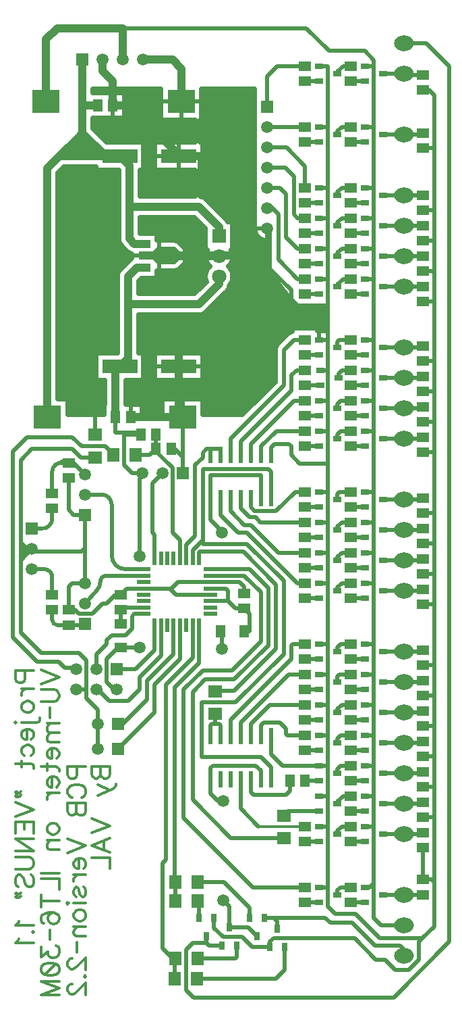
<source format=gbr>
G04 DipTrace 3.3.1.3*
G04 Bottom.gbr*
%MOIN*%
G04 #@! TF.FileFunction,Copper,L2,Bot*
G04 #@! TF.Part,Single*
%AMOUTLINE0*
4,1,10,
-0.100394,0.019685,
-0.033465,0.019685,
-0.009843,0.043307,
0.076772,0.043307,
0.100394,0.019685,
0.100394,-0.019685,
0.076772,-0.043307,
-0.009843,-0.043307,
-0.033465,-0.019685,
-0.100394,-0.019685,
-0.100394,0.019685,
0*%
%AMOUTLINE3*
4,1,20,
0.0,0.03937,
0.015208,0.037443,
0.028926,0.031851,
0.039814,0.023141,
0.046804,0.012166,
0.049213,0.0,
0.046804,-0.012166,
0.039814,-0.023141,
0.028926,-0.031851,
0.015208,-0.037443,
0.0,-0.03937,
-0.015208,-0.037443,
-0.028926,-0.031851,
-0.039814,-0.023141,
-0.046804,-0.012166,
-0.049213,0.0,
-0.046804,0.012166,
-0.039814,0.023141,
-0.028926,0.031851,
-0.015208,0.037443,
0.0,0.03937,
0*%
G04 #@! TA.AperFunction,CopperBalancing*
%ADD13C,0.019685*%
G04 #@! TA.AperFunction,Conductor*
%ADD14C,0.03937*%
%ADD15C,0.012992*%
%ADD16C,0.020512*%
G04 #@! TA.AperFunction,CopperBalancing*
%ADD17C,0.025*%
%ADD18R,0.059055X0.051181*%
%ADD20R,0.173228X0.070866*%
%ADD21R,0.051181X0.059055*%
G04 #@! TA.AperFunction,ComponentPad*
%ADD22R,0.059055X0.059055*%
%ADD23C,0.059055*%
%ADD24R,0.047244X0.062992*%
%ADD25R,0.062992X0.047244*%
%ADD27R,0.025591X0.041339*%
%ADD29R,0.041339X0.025591*%
%ADD30R,0.062992X0.070866*%
%ADD31R,0.070866X0.062992*%
%ADD33R,0.066929X0.019685*%
%ADD34R,0.019685X0.066929*%
%ADD35R,0.023622X0.07874*%
G04 #@! TA.AperFunction,ComponentPad*
%ADD36R,0.137795X0.11811*%
%ADD38R,0.059055X0.03937*%
G04 #@! TA.AperFunction,ComponentPad*
%ADD39R,0.070866X0.070866*%
%ADD40C,0.070866*%
G04 #@! TA.AperFunction,ViaPad*
%ADD41C,0.059055*%
%ADD86C,0.013895*%
%ADD88OUTLINE0*%
G04 #@! TA.AperFunction,ComponentPad*
%ADD91OUTLINE3*%
%FSLAX26Y26*%
G04*
G70*
G90*
G75*
G01*
G04 Bottom*
%LPD*%
X1800050Y778001D2*
D13*
Y812352D1*
X1781201Y831201D1*
X1737256D1*
X2424951Y644735D2*
Y674950D1*
X2406201Y693701D1*
X2281201D1*
X2168701Y806201D1*
X2062451D1*
X2037451Y831201D1*
X1781201D1*
X999953Y3299950D2*
D14*
Y3528794D1*
X1021110Y3549951D1*
X1512453Y3993699D2*
Y3956202D1*
X1412451Y3856201D1*
X1062451D1*
Y3993702D1*
X1106201Y4037451D1*
X1143702D1*
X1718701Y1513386D2*
D13*
Y1557236D1*
X1693702Y1582235D1*
X1481202D1*
X1468701Y1569734D1*
Y1513386D1*
X1718701Y2899852D2*
Y3012450D1*
X1468701D1*
Y2899852D1*
X1562551Y784253D2*
X1656251D1*
X1699854Y740650D1*
X999953Y3299950D2*
Y3224951D1*
X1124951D1*
Y3212450D1*
X1043701D1*
Y3062451D1*
X1081202Y3024950D1*
X1131202D1*
X1006202Y1956201D2*
X993701D1*
X956201Y1993701D1*
Y2106199D1*
X1013092Y2163091D1*
X1024951D1*
X1062451Y3856201D2*
D14*
Y3591293D1*
X1021110Y3549951D1*
X1118701Y2162450D2*
D13*
X1025592D1*
X1024951Y2163091D1*
X1524951Y2156201D2*
Y2238091D1*
X1519341Y2243701D1*
X1531201Y1406201D2*
X1506201D1*
X1468701Y1443701D1*
Y1513386D1*
X1562551Y784253D2*
Y887352D1*
X1531202Y918701D1*
X1524951Y2731201D2*
Y2737450D1*
X1468701Y2793701D1*
Y2899852D1*
X1118702Y2612450D2*
Y2987450D1*
G02X1131202Y3024950I62473J9D01*
G01*
D3*
X937450Y5062450D2*
D14*
Y5006202D1*
X987255Y4956398D1*
Y4837451D1*
X1068701D1*
X1312449Y4593703D1*
Y4587450D1*
X1331202Y3299951D2*
X1074756D1*
Y3299950D1*
X1312449Y3549951D2*
Y3318705D1*
X1331202Y3299951D1*
X1512453Y4093699D2*
X1217375D1*
X1214568Y4096507D1*
X1312449Y4587450D2*
X1424951D1*
Y4437451D1*
X1599951Y4262451D1*
Y4231201D1*
Y4096507D1*
X1214568D1*
X1312449Y3549951D2*
Y3699950D1*
X1374951D1*
X1599951Y3924950D1*
Y4096507D1*
X1137450Y5062450D2*
X1281202D1*
X1324942Y5018710D1*
Y4856211D1*
X2518702Y1019735D2*
D13*
Y1175984D1*
X2518701Y1175986D1*
X2518702Y1019735D2*
X2562450D1*
X2574951Y1007234D1*
Y788484D1*
X2517668Y731201D1*
X2306202D1*
X2187451Y849951D1*
X2087451D1*
X2049951Y887451D1*
Y982235D1*
X2006398D1*
X2006201Y982038D1*
Y1282038D2*
X2049951D1*
Y982235D1*
X2006201Y1432037D2*
X2049951D1*
Y1582038D1*
Y1732038D1*
Y1882038D1*
Y2032038D1*
Y2182038D1*
Y2476769D1*
Y2632038D1*
Y2787904D1*
Y2932037D1*
Y3071824D1*
Y3232037D1*
Y3382038D1*
Y3532037D1*
Y3682038D1*
Y3850984D1*
Y3982038D1*
Y4132037D1*
Y4282038D1*
Y4432038D1*
Y4732038D1*
Y5032235D1*
X2006398D1*
X2006201Y5032038D1*
Y4732038D2*
X2049951D1*
X2006201Y4432038D2*
X2049951D1*
X2006201Y4282038D2*
X2049951D1*
X2006201Y4132038D2*
X2049951Y4132037D1*
X2006201Y3982038D2*
X2049951D1*
X2006201Y3682038D2*
X2049951D1*
X2012451Y3532038D2*
X2049951Y3532037D1*
X2006201Y3382038D2*
X2049951D1*
X2006201Y3232038D2*
X2049951Y3232037D1*
X2006201Y2932038D2*
X2049951Y2932037D1*
X2006201Y2782038D2*
X2044085D1*
X2049951Y2787904D1*
X2006201Y2632038D2*
X2049951D1*
X2006201Y2482038D2*
X2044682D1*
X2049951Y2476769D1*
X2006201Y2182038D2*
X2049951D1*
X2006201Y2032037D2*
X2049951Y2032038D1*
X2006201Y1882038D2*
X2049951D1*
X2006201Y1732037D2*
X2049951Y1732038D1*
X2006201Y1582038D2*
X2049951D1*
Y1432037D2*
Y1282038D1*
X2518701Y4913486D2*
X2549951D1*
X2574951Y4888486D1*
Y4625986D1*
Y4319735D1*
Y4169734D1*
Y4010416D1*
Y3869735D1*
Y3575986D1*
Y3425984D1*
Y3275986D1*
Y3125984D1*
Y2825986D1*
Y2675986D1*
Y2525986D1*
Y2375986D1*
Y2075986D1*
Y1925986D1*
Y1775986D1*
Y1619323D1*
Y1475986D1*
Y1325986D1*
Y1007234D1*
X2518702Y1325986D2*
X2574951D1*
X2518702Y1475986D2*
X2574951D1*
X2518701Y1625986D2*
X2568289D1*
X2574951Y1619323D1*
X2518702Y1775986D2*
X2574951D1*
X2518702Y1925986D2*
X2574951D1*
X2518701Y2075986D2*
X2574951D1*
X2518702Y2375986D2*
X2574951D1*
X2518702Y2525986D2*
X2574951D1*
X2518702Y2675986D2*
X2574951D1*
X2518702Y2825986D2*
X2574951D1*
X2518701Y3125986D2*
X2574951Y3125984D1*
X2518701Y3275986D2*
X2574951D1*
X2518701Y3425986D2*
X2574951Y3425984D1*
X2518702Y3575986D2*
X2574951D1*
X2518701Y3869735D2*
X2574951D1*
X2518702Y4019735D2*
X2565633D1*
X2574951Y4010416D1*
X2518701Y4169735D2*
X2574951Y4169734D1*
X2518702Y4319735D2*
X2574951D1*
X2518702Y4625986D2*
X2574951D1*
X1749951Y4231201D2*
X1762451D1*
Y4032235D1*
X1868701Y3925986D1*
Y3882235D1*
X1899951Y3850984D1*
X2049951D1*
X1768701Y3112450D2*
Y3149950D1*
X1787451Y3168701D1*
X1856201D1*
X1868701Y3156201D1*
Y3112451D1*
X1909328Y3071824D1*
X2049951D1*
X1768701Y1725984D2*
Y1638486D1*
X1825148Y1582038D1*
X2006201D1*
X1137992Y2455463D2*
X1269437D1*
X1274101Y2450799D1*
X1300933Y2423967D1*
X1468701D1*
Y2486959D2*
X1310261D1*
X1274101Y2450799D1*
X1487256Y831201D2*
Y781398D1*
X1531202Y737451D1*
X1624951D1*
X1674953Y687450D1*
X1762648D1*
X1468701Y2486959D2*
X1612944D1*
X1637451Y2462451D1*
Y2431004D1*
X1137992Y2455463D2*
X1055465D1*
X1024951Y2424950D1*
X768701Y2349950D2*
Y2462450D1*
X787451Y2481201D1*
X849951D1*
X768701Y3000147D2*
Y2843702D1*
X793701Y2818702D1*
X849951D1*
X587453Y2649953D2*
Y2637450D1*
X831198D1*
X849951Y2656203D1*
Y2818702D1*
Y2481201D2*
Y2656203D1*
X1331202Y3299951D2*
Y3104478D1*
Y3024950D1*
X1274951Y3143701D2*
X1291979D1*
X1331202Y3104478D1*
X806202Y1956201D2*
X856201D1*
Y2099951D1*
X818702Y2137450D1*
X631202D1*
X531202Y2237450D1*
Y2593702D1*
X587453Y2649953D1*
X856202Y1956201D2*
Y1912450D1*
X912451Y1856201D1*
Y1662450D1*
Y1787450D2*
Y1662450D1*
X1762648Y687450D2*
Y712647D1*
X1781202Y731201D1*
X2181202D1*
X2287451Y624951D1*
X2331201D1*
X2381201Y574951D1*
X2449953D1*
X2500440Y625438D1*
Y713972D1*
X2517668Y731201D1*
X768701Y2349950D2*
X799951D1*
X818701Y2331201D1*
X887451D1*
X937451Y2381201D1*
X956201D1*
X999950Y2424950D1*
X1024951D1*
X531202Y2593702D2*
Y2618677D1*
Y2653129D1*
Y2680400D1*
Y3087451D1*
X587451Y3143701D1*
X787451D1*
X828937Y3102215D1*
X899951D1*
Y3212451D2*
Y4012450D1*
X984008Y4096507D1*
X1214568D1*
X1749951Y4231201D2*
X1599951D1*
X587453Y2649953D2*
X561650D1*
X531202Y2680400D1*
X587453Y2649953D2*
X562478D1*
X531202Y2618677D1*
X587453Y2649953D2*
X534378D1*
X531202Y2653129D1*
X1525150Y693702D2*
X1462451D1*
X1449854Y706299D1*
Y740650D1*
Y706299D2*
X1381299D1*
X1349951Y674951D1*
Y474950D1*
X1387450Y437451D1*
X2374953D1*
X2649951Y712450D1*
Y5031201D1*
X2536417Y5144735D1*
X2424951D1*
X1406202Y1006201D2*
X1537451D1*
X1662453Y881199D1*
Y831201D1*
X1402904Y531201D2*
X1793701D1*
X1837451Y574951D1*
Y687450D1*
X1404971Y912451D2*
X1412453D1*
Y831201D1*
X1599953Y693702D2*
Y637453D1*
X1593701Y631201D1*
X1406202D1*
X1292668Y531201D2*
Y627903D1*
X1295966Y631201D1*
X1382087Y2274361D2*
Y2113335D1*
X1249951Y1981199D1*
Y1118701D1*
X1231201Y1099950D1*
Y681201D1*
X1281201Y631201D1*
X1295966D1*
X1294735Y912451D2*
Y1004970D1*
X1295966Y1006201D1*
X1293701D1*
Y1968699D1*
X1413583Y2088581D1*
Y2274361D1*
X656202Y4856211D2*
D14*
Y5162451D1*
X712451Y5218701D1*
X1037450D1*
Y5062450D1*
X2231201Y5032038D2*
D13*
X2274951D1*
Y4732038D1*
Y4432038D1*
Y4282038D1*
Y4132038D1*
Y3982038D1*
Y3682038D1*
Y3526510D1*
Y3382038D1*
Y3232038D1*
Y2932038D1*
Y2782038D1*
Y2632038D1*
Y2473720D1*
Y2182038D1*
Y2032038D1*
Y1882038D1*
Y1732038D1*
Y1582038D1*
Y1432038D1*
Y1282038D1*
Y1000984D1*
X2256005Y982038D1*
X2231201D1*
Y1282038D2*
X2274951D1*
X2231201Y1432037D2*
X2274951Y1432038D1*
X2231201Y1582038D2*
X2274951D1*
X2231201Y1732037D2*
X2274951Y1732038D1*
X2231201Y1882038D2*
X2274951D1*
X2231201Y2032037D2*
X2274951Y2032038D1*
X2231201Y2182038D2*
X2274951D1*
Y1000984D2*
Y832235D1*
X2312451Y794735D1*
X2424951D1*
X2274951Y5032038D2*
X2277163Y5029827D1*
Y5060240D1*
X2231202Y5106201D1*
X2056201D1*
X1943701Y5218701D1*
X1037450D1*
X2231201Y4732038D2*
X2274951D1*
X2231201Y4432038D2*
X2274951D1*
X2231201Y4282038D2*
X2274951D1*
X2231201Y4132038D2*
X2274951D1*
X2231201Y3982038D2*
X2274951D1*
X2231201Y3682038D2*
X2274951D1*
X2231201Y3532038D2*
X2269424D1*
X2274951Y3526510D1*
X2231201Y3382038D2*
X2274951D1*
X2231201Y3232038D2*
X2274951D1*
X2231201Y2932038D2*
X2274951D1*
X2231201Y2782038D2*
X2274951D1*
X2231201Y2632038D2*
X2274951D1*
X2231201Y2482038D2*
X2266634D1*
X2274951Y2473720D1*
X2321752Y944636D2*
X2424853D1*
X2424951Y944735D1*
X2518505D1*
X2518702Y944932D1*
X2231201Y907235D2*
X2162648D1*
X2162451Y907432D1*
X2096752Y944636D2*
Y966535D1*
X2112451Y982235D1*
X2162451D1*
X1937451Y3982235D2*
X1899951D1*
X1806201Y4075986D1*
Y4300986D1*
X1768702Y4338484D1*
X1749951D1*
Y4331201D1*
X2006201Y907235D2*
X1937648D1*
X1937451Y907432D1*
X2321752Y1394635D2*
X2424852D1*
X2424951Y1394735D1*
X2512648D1*
X2518702Y1400789D1*
X2162451Y1357432D2*
X2231003D1*
X2231201Y1357234D1*
X2096752Y1394635D2*
Y1403001D1*
X2125986Y1432235D1*
X2162451D1*
X2321752Y1244636D2*
X2424853D1*
X2424951Y1244735D1*
X2512647D1*
X2518701Y1250789D1*
X2006201Y1357234D2*
X1853249D1*
X1831202Y1335186D1*
X2162451Y1207432D2*
X2231004D1*
X2231201Y1207235D1*
X2096752Y1244636D2*
Y1260285D1*
X2118702Y1282235D1*
X2162451D1*
X2006201Y1207235D2*
X1937648D1*
X1937451Y1207432D1*
X2321752Y1544636D2*
X2424853D1*
X2424951Y1544735D1*
X2512648D1*
X2518702Y1550789D1*
X2162451Y1507432D2*
X2231004D1*
X2231201Y1507235D1*
X2096752Y1544636D2*
Y1565501D1*
X2113486Y1582235D1*
X2162451D1*
X2006201Y1507235D2*
X1937255D1*
X2321752Y1694635D2*
X2424852D1*
X2424951Y1694735D1*
X2512647D1*
X2518701Y1700789D1*
X2162451Y1657432D2*
X2231003D1*
X2231201Y1657234D1*
X2096752Y1694635D2*
Y1715501D1*
X2113486Y1732235D1*
X2162451D1*
X1937451Y1657432D2*
X2006003D1*
X2006201Y1657234D1*
X2321752Y1844636D2*
X2424853D1*
X2424951Y1844735D1*
X2512648D1*
X2518702Y1850789D1*
X2162451Y1807432D2*
X2231004D1*
X2231201Y1807235D1*
X2096752Y1844636D2*
Y1859251D1*
X2119736Y1882235D1*
X2162451D1*
X1937451Y1807432D2*
X2006004D1*
X2006201Y1807235D1*
X2321752Y1994635D2*
X2424852D1*
X2424951Y1994735D1*
X2512648D1*
X2518702Y2000789D1*
X2162451Y1957432D2*
X2231003D1*
X2231201Y1957234D1*
X2096752Y1994635D2*
Y2021751D1*
X2107236Y2032235D1*
X2162451D1*
X1937451Y1957432D2*
X2006003D1*
X2006201Y1957234D1*
X2321752Y2144636D2*
X2424853D1*
X2424951Y2144735D1*
X2512647D1*
X2518701Y2150789D1*
X2162451Y2107432D2*
X2231004D1*
X2231201Y2107235D1*
X2096752Y2144636D2*
Y2165501D1*
X2113486Y2182235D1*
X2162451D1*
X2006201Y2107235D2*
X1937648D1*
X1937451Y2107432D1*
X2321752Y2444636D2*
X2424853D1*
X2424951Y2444735D1*
X2512648D1*
X2518702Y2450789D1*
X2231201Y2407235D2*
X2162647D1*
X2162451Y2407430D1*
X2096752Y2444636D2*
Y2459251D1*
X2119735Y2482234D1*
X2162451D1*
X2006201Y2407235D2*
X1937647D1*
X1937451Y2407430D1*
X2321752Y2594636D2*
X2424853D1*
X2424951Y2594735D1*
X2512648D1*
X2518702Y2600789D1*
X2231201Y2557235D2*
X2162648D1*
X2162451Y2557432D1*
X2096752Y2594636D2*
Y2609251D1*
X2119736Y2632235D1*
X2162451D1*
X2006201Y2557235D2*
X1937648D1*
X1937451Y2557432D1*
X2321752Y2744636D2*
X2424853D1*
X2424951Y2744735D1*
X2512648D1*
X2518702Y2750789D1*
X2231201Y2707235D2*
X2162647D1*
X2162451Y2707430D1*
X2096752Y2744636D2*
Y2759251D1*
X2119735Y2782234D1*
X2162451D1*
X2006201Y2707235D2*
X1937647D1*
X1937451Y2707430D1*
X2321752Y2894636D2*
X2424853D1*
X2424951Y2894735D1*
X2512648D1*
X2518702Y2900789D1*
X2231201Y2857235D2*
X2162648D1*
X2162451Y2857432D1*
X2096752Y2894636D2*
Y2921751D1*
X2107236Y2932235D1*
X2162451D1*
X2006201Y2857235D2*
X1937648D1*
X1937451Y2857432D1*
X2321752Y3194636D2*
X2424853D1*
X2424951Y3194735D1*
X2512647D1*
X2518701Y3200789D1*
X2231201Y3157235D2*
X2162648D1*
X2162451Y3157432D1*
X2096752Y3194636D2*
Y3215501D1*
X2113486Y3232235D1*
X2162451D1*
X2006201Y3157235D2*
X1937648D1*
X1937451Y3157432D1*
X2321752Y3344636D2*
X2424853D1*
X2424951Y3344735D1*
X2512647D1*
X2518701Y3350789D1*
X2231201Y3307235D2*
X2162647D1*
X2162451Y3307430D1*
X2096752Y3344636D2*
Y3365501D1*
X2113484Y3382234D1*
X2162451D1*
X2006201Y3307235D2*
X1937647D1*
X1937451Y3307430D1*
X2321752Y3494636D2*
X2424853D1*
X2424951Y3494735D1*
X2512647D1*
X2518701Y3500789D1*
X2231201Y3457235D2*
X2162648D1*
X2162451Y3457432D1*
X2103003Y3494636D2*
Y3515501D1*
X2119736Y3532235D1*
X2162451D1*
X2012451Y3457235D2*
X1937648D1*
X1937451Y3457432D1*
X2321752Y3644636D2*
X2424853D1*
X2424951Y3644735D1*
X2512648D1*
X2518702Y3650789D1*
X2231201Y3607235D2*
X2162451D1*
X2096752Y3644636D2*
Y3671751D1*
X2107039Y3682038D1*
X2162451D1*
X2006201Y3607235D2*
X1937647D1*
X1937451Y3607430D1*
X2518701Y4988289D2*
X2431398D1*
X2424951Y4994735D1*
X2321752Y4994636D2*
X2424853D1*
X2424951Y4994735D1*
X2231201Y4957235D2*
X2162648D1*
X2162451Y4957432D1*
X2096752Y4994636D2*
Y5003001D1*
X2125986Y5032235D1*
X2162451D1*
X2006201Y4957235D2*
X1937648D1*
X1937451Y4957432D1*
X2321752Y4694636D2*
X2424853D1*
X2424951Y4694735D1*
X2512648D1*
X2518702Y4700789D1*
X2231201Y4657235D2*
X2162648D1*
X2162451Y4657432D1*
X2096752Y4694636D2*
Y4709251D1*
X2119736Y4732235D1*
X2162451D1*
X1937451Y4657432D2*
X2006004D1*
X2006201Y4657235D1*
X1937451Y4132235D2*
X1899951D1*
X1843701Y4188486D1*
Y4400986D1*
X1813486Y4431201D1*
X1749951D1*
X2321752Y4394636D2*
X2424853D1*
X2424951Y4394735D1*
X2518505D1*
X2518702Y4394538D1*
X2162451Y4357432D2*
X2231004D1*
X2231201Y4357235D1*
X2096752Y4394636D2*
Y4409251D1*
X2119736Y4432235D1*
X2162451D1*
X1937451Y4357432D2*
X2006004D1*
X2006201Y4357235D1*
X2321752Y4244636D2*
X2424853D1*
X2424951Y4244735D1*
X2518504D1*
X2518701Y4244538D1*
X2231201Y4207235D2*
X2162648D1*
X2162451Y4207432D1*
X2096752Y4244636D2*
Y4259251D1*
X2119736Y4282235D1*
X2162451D1*
X2006201Y4207235D2*
X1937648D1*
X1937451Y4207432D1*
X2321752Y4094636D2*
X2424853D1*
X2424951Y4094735D1*
X2518505D1*
X2518702Y4094538D1*
X2162451Y4057432D2*
X2231004D1*
X2231201Y4057235D1*
X2096752Y4094636D2*
Y4109251D1*
X2119736Y4132235D1*
X2162451D1*
X1937451Y4057432D2*
X2006004D1*
X2006201Y4057235D1*
X2321752Y3944636D2*
X2424853D1*
X2424951Y3944735D1*
X2518504D1*
X2518701Y3944538D1*
X2162451Y3907432D2*
X2231004D1*
X2231201Y3907235D1*
X2096752Y3944636D2*
Y3953001D1*
X2125986Y3982235D1*
X2162451D1*
X1968702Y3907235D2*
X2006201D1*
X1937451Y4282235D2*
X1899951D1*
X1881201Y4300986D1*
Y4488486D1*
X1838486Y4531201D1*
X1749951D1*
X1937451Y4432235D2*
Y4538484D1*
X1844735Y4631201D1*
X1749951D1*
X1937451Y4732235D2*
X1887451D1*
Y4731201D1*
X1749951D1*
X1937451Y5032235D2*
X1799951D1*
X1749951Y4982235D1*
Y4831201D1*
X1568701Y3112450D2*
Y3193701D1*
X1831201Y3456201D1*
Y3631199D1*
X1882235Y3682234D1*
X1937451D1*
X1618701Y3112450D2*
Y3181201D1*
X1868701Y3431201D1*
Y3506199D1*
X1894736Y3532235D1*
X1937451D1*
X1668701Y3112450D2*
Y3168699D1*
X1882235Y3382234D1*
X1937451D1*
X1718701Y3112450D2*
Y3156199D1*
X1794736Y3232235D1*
X1937451D1*
X1668701Y2899852D2*
Y2856201D1*
X1687451Y2837450D1*
X1793701D1*
X1888486Y2932235D1*
X1937451D1*
X1618701Y2899852D2*
Y2849951D1*
X1662451Y2806201D1*
X1693701D1*
X1717668Y2782234D1*
X1937451D1*
X1568701Y2899852D2*
Y2837451D1*
X1637451Y2768701D1*
X1668701D1*
X1805167Y2632235D1*
X1937451D1*
X1518701Y2899852D2*
Y2818701D1*
X1606201Y2731201D1*
X1649951D1*
X1898919Y2482234D1*
X1937451D1*
X1568701Y1725984D2*
Y1806201D1*
X1868701Y2106201D1*
Y2174950D1*
X1875986Y2182235D1*
X1937451D1*
X1618701Y1725984D2*
Y1793699D1*
X1857236Y2032235D1*
X1937451D1*
X1668701Y1725984D2*
Y1787450D1*
X1763486Y1882235D1*
X1937451D1*
X1718701Y1725984D2*
Y1782234D1*
X1731202Y1794735D1*
X1812451D1*
X1843702Y1763484D1*
Y1738484D1*
X1849951Y1732235D1*
X1937451D1*
X1668701Y1513386D2*
Y1450986D1*
X1681202Y1438484D1*
X1843701D1*
X1862451Y1457235D1*
Y1507235D1*
X1618701Y1513386D2*
Y1369735D1*
X1706201Y1282235D1*
D15*
X1937451D1*
X1468701Y1725984D2*
D13*
Y1781199D1*
X1475986Y1788484D1*
X1493701D1*
X1512453D1*
X1518701Y1782236D1*
Y1725984D1*
X1493701Y1788484D2*
Y1837450D1*
X1468701Y3112450D2*
Y3143701D1*
X1518701D1*
Y3112450D1*
X1350591Y2605070D2*
Y2669340D1*
X1393701Y2712450D1*
Y3062450D1*
X1431201Y3099950D1*
Y3124950D1*
X1449951Y3143701D1*
X1468701D1*
X1768701Y2899852D2*
Y3031202D1*
X1756202Y3043701D1*
X1431202D1*
Y2693701D1*
X1382087Y2644585D1*
Y2605070D1*
X1431202Y2693701D2*
Y2674951D1*
X1649950D1*
X1831201Y2493701D1*
Y2131199D1*
X1593702Y1893701D1*
X1424951D1*
Y1624951D1*
X1718701D1*
X1768701Y1574951D1*
Y1513386D1*
X1006202Y2056201D2*
X1099951D1*
X1193110Y2149360D1*
Y2274361D1*
X906202Y2056201D2*
Y2131202D1*
X956201Y2181201D1*
Y2199950D1*
X981202Y2224951D1*
X1049953D1*
X1081202Y2256201D1*
Y2318702D1*
X1091979Y2329479D1*
X1137992D1*
X906202Y1956201D2*
X924951D1*
Y1943701D1*
X968701Y1899951D1*
X1062451D1*
X1118701Y1956201D1*
Y2018699D1*
X1224606Y2124605D1*
Y2274361D1*
X1199755Y3212450D2*
Y3144094D1*
X1200148Y3143701D1*
X1319094Y2605070D2*
Y2693307D1*
X1281201Y2731201D1*
Y3049951D1*
X1187451Y3143701D1*
X1200148D1*
X1099951Y3112451D2*
X1168899D1*
X1200148Y3143701D1*
X1137992Y2360975D2*
X1035780D1*
X1024951Y2350147D1*
Y2281201D2*
Y2350147D1*
X1468701Y2455463D2*
X1544437D1*
X1556201Y2443699D1*
Y2399949D1*
X1548723Y2392471D1*
X1468701D1*
X1548723D2*
X1559705Y2390198D1*
X1593702Y2356201D1*
X1637451D1*
Y2243701D2*
X1662451D1*
Y2331201D1*
X1637451Y2356201D1*
X1468701Y2518455D2*
X1637697D1*
X1718701Y2437451D1*
Y2193701D1*
X1574951Y2049951D1*
X1431202D1*
X1337451Y1956201D1*
Y1324950D1*
X1680167Y982235D1*
X1937451D1*
X587453Y2749953D2*
D16*
X637451D1*
G03X687451Y2799951I12J49988D01*
G01*
Y2850148D1*
X837450Y5062450D2*
D14*
Y4837451D1*
Y4701537D1*
X811270Y4675357D1*
X784437Y4648524D1*
X757723Y4621810D1*
X723364Y4587450D1*
X662462Y4526549D1*
Y3299951D1*
X912451Y4837451D2*
X837450D1*
X1021110Y4587450D2*
X951537D1*
X837450Y4701537D1*
X1021110Y4587450D2*
X723364D1*
X1021110D2*
X899177D1*
X811270Y4675357D1*
X1021110Y4587450D2*
X845510D1*
X784437Y4648524D1*
X1021110Y4587450D2*
X792083D1*
X757723Y4621810D1*
X1512453Y4193699D2*
Y4237450D1*
X1412451Y4337451D1*
X1081199D1*
X1068699Y4324951D1*
Y4181202D1*
X1094340Y4155562D1*
X1143702D1*
X1068699Y4324951D2*
Y4539861D1*
X1021110Y4587450D1*
X587453Y2549953D2*
D13*
X649951D1*
G02X687451Y2512450I2J-37498D01*
G01*
Y2424755D1*
X768701Y2275147D2*
X849951D1*
Y2281201D1*
X768701Y2275147D2*
X774951D1*
Y2262450D1*
X687451Y2349951D2*
Y2299951D1*
G03X712451Y2274951I24993J-7D01*
G01*
X768701Y2275147D1*
X849951Y3018702D2*
X787453Y3081201D1*
X731202D1*
X737453Y3074950D1*
X768701D1*
X687451Y2924951D2*
D16*
Y3031201D1*
G02X737453Y3074950I44727J-671D01*
G01*
X849951Y2918702D2*
D13*
X931202D1*
G02X981202Y2868701I3J-49997D01*
G01*
Y2618701D1*
G03X1049951Y2549951I68741J-8D01*
G01*
X1137992D1*
Y2518455D2*
X956202D1*
G03X924951Y2487450I-461J-30787D01*
G01*
D3*
G02X906202Y2443701I-60299J-51D01*
G01*
G03X849951Y2381201I375005J-394072D01*
G01*
X1193110Y2605070D2*
Y2719293D1*
X1181202Y2731201D1*
Y2974950D1*
X1231202Y3024950D1*
X1468701Y2549951D2*
X1662450D1*
X1756201Y2456201D1*
Y2174950D1*
X1587451Y2006201D1*
X1443701D1*
X1381201Y1943701D1*
Y1412451D1*
X1568702Y1224950D1*
X1831202D1*
X1493701Y1947686D2*
Y1949951D1*
X1587451D1*
X1793701Y2156201D1*
Y2474950D1*
X1631201Y2637450D1*
X1418701D1*
X1413583Y2632332D1*
Y2605070D1*
X1319094Y2274361D2*
Y2106594D1*
X1193701Y1981201D1*
Y1843699D1*
X1012451Y1662450D1*
Y1787450D2*
X1037450D1*
X1156201Y1906201D1*
Y1999950D1*
X1287598Y2131348D1*
Y2274361D1*
X989715Y3112451D2*
X993701D1*
X949951Y3156201D1*
X831202D1*
X787451Y3199951D1*
X562453D1*
X493701Y3131199D1*
Y2212451D1*
X612451Y2093701D1*
X718701D1*
X749951Y2062450D1*
X806201D1*
X799951Y2056201D1*
X806202D1*
D41*
X1118701Y2162450D3*
X1524951Y2156201D3*
X1531201Y1406201D3*
X1531202Y918701D3*
X1524951Y2731201D3*
X1118702Y2612450D3*
X1048547Y4893832D2*
D17*
X1220349D1*
X1429530D2*
X1684727D1*
X1048547Y4868963D2*
X1220349D1*
X1429530D2*
X1684727D1*
X1048547Y4844094D2*
X1220349D1*
X1429530D2*
X1684727D1*
X1048547Y4819226D2*
X1220349D1*
X1429530D2*
X1684727D1*
X1048547Y4794357D2*
X1220349D1*
X1429530D2*
X1684727D1*
X892811Y4769488D2*
X1220349D1*
X1429530D2*
X1684727D1*
X892811Y4744619D2*
X1391194D1*
X1421205D2*
X1684942D1*
X896507Y4719751D2*
X1391194D1*
X1421205D2*
X1684942D1*
X921374Y4694882D2*
X1391194D1*
X1421205D2*
X1684942D1*
X946241Y4670013D2*
X1391194D1*
X1421205D2*
X1684942D1*
X1143425Y4645144D2*
X1190135D1*
X1434734D2*
X1684942D1*
X1143425Y4620276D2*
X1190135D1*
X1434734D2*
X1684942D1*
X1143425Y4595407D2*
X1190135D1*
X1434734D2*
X1684942D1*
X1143425Y4570538D2*
X1190135D1*
X1434734D2*
X1684942D1*
X1143425Y4545669D2*
X1190135D1*
X1434734D2*
X1684942D1*
X733987Y4520801D2*
X898827D1*
X1143425D2*
X1190135D1*
X1434734D2*
X1684942D1*
X717839Y4495932D2*
X1013333D1*
X1124084D2*
X1391194D1*
X1421205D2*
X1684942D1*
X717839Y4471063D2*
X1013333D1*
X1124084D2*
X1391194D1*
X1421205D2*
X1684942D1*
X717839Y4446194D2*
X1013333D1*
X1124084D2*
X1391194D1*
X1421205D2*
X1684942D1*
X717839Y4421325D2*
X1013333D1*
X1124084D2*
X1391194D1*
X1421205D2*
X1684942D1*
X717839Y4396457D2*
X1013333D1*
X1124084D2*
X1391194D1*
X1421205D2*
X1684942D1*
X717839Y4371588D2*
X1013333D1*
X1455583D2*
X1684942D1*
X717839Y4346719D2*
X1013333D1*
X1480450D2*
X1684942D1*
X717839Y4321850D2*
X1013333D1*
X1505318D2*
X1684942D1*
X717839Y4296982D2*
X1013333D1*
X1530185D2*
X1684942D1*
X717839Y4272113D2*
X1013333D1*
X1124084D2*
X1400524D1*
X1554874D2*
X1684942D1*
X717839Y4247244D2*
X1013333D1*
X1124084D2*
X1425391D1*
X1583581D2*
X1684942D1*
X717839Y4222375D2*
X1013333D1*
X1124084D2*
X1441324D1*
X1583581D2*
X1685228D1*
X717839Y4197507D2*
X1013333D1*
X1208915D2*
X1441324D1*
X1583581D2*
X1694559D1*
X717839Y4172638D2*
X1014014D1*
X1298732D2*
X1441324D1*
X1583581D2*
X1725025D1*
X717839Y4147769D2*
X1025247D1*
X1332823D2*
X1441324D1*
X1583581D2*
X1743899D1*
X717839Y4122900D2*
X1049720D1*
X1349975D2*
X1447854D1*
X1577050D2*
X1744654D1*
X717839Y4098031D2*
X1078499D1*
X1350656D2*
X1441467D1*
X1583437D2*
X1745407D1*
X717839Y4073163D2*
X1064648D1*
X1350441D2*
X1444482D1*
X1580423D2*
X1746160D1*
X717839Y4048294D2*
X1039780D1*
X1335873D2*
X1458513D1*
X1566392D2*
X1746913D1*
X717839Y4023425D2*
X1016240D1*
X1308493D2*
X1448106D1*
X1576799D2*
X1750143D1*
X717839Y3998556D2*
X1007304D1*
X1208915D2*
X1441504D1*
X1583402D2*
X1769018D1*
X717839Y3973688D2*
X1007089D1*
X1119706D2*
X1444302D1*
X1580602D2*
X1787894D1*
X717839Y3948819D2*
X1007089D1*
X1117804D2*
X1427795D1*
X1567290D2*
X1806769D1*
X717839Y3923950D2*
X1007089D1*
X1117804D2*
X1402928D1*
X1556848D2*
X1825608D1*
X717839Y3899081D2*
X1007089D1*
X1532589D2*
X1844483D1*
X717839Y3874213D2*
X1007089D1*
X1507722D2*
X1863358D1*
X717839Y3849344D2*
X1007089D1*
X1482854D2*
X1872222D1*
X717839Y3824475D2*
X1007089D1*
X1457987D2*
X2034957D1*
X717839Y3799606D2*
X1007089D1*
X1117804D2*
X2034957D1*
X717839Y3774738D2*
X1007089D1*
X1117804D2*
X2034957D1*
X717839Y3749869D2*
X1007089D1*
X1117804D2*
X2034957D1*
X717839Y3725000D2*
X1007089D1*
X1117804D2*
X1872222D1*
X717839Y3700131D2*
X1007089D1*
X1117804D2*
X1836768D1*
X717839Y3675262D2*
X1007089D1*
X1117804D2*
X1811900D1*
X717839Y3650394D2*
X1007089D1*
X1117804D2*
X1790190D1*
X717839Y3625525D2*
X1007089D1*
X1117804D2*
X1785668D1*
X717839Y3600656D2*
X898827D1*
X1143425D2*
X1190135D1*
X1434734D2*
X1785668D1*
X717839Y3575787D2*
X898827D1*
X1143425D2*
X1190135D1*
X1434734D2*
X1785668D1*
X717839Y3550919D2*
X898827D1*
X1143425D2*
X1190135D1*
X1434734D2*
X1785668D1*
X717839Y3526050D2*
X898827D1*
X1143425D2*
X1190135D1*
X1434734D2*
X1785668D1*
X717839Y3501181D2*
X898827D1*
X1143425D2*
X1190135D1*
X1434734D2*
X1785668D1*
X717839Y3476312D2*
X944579D1*
X1055329D2*
X1785668D1*
X717839Y3451444D2*
X944579D1*
X1055329D2*
X1763097D1*
X717839Y3426575D2*
X944579D1*
X1055329D2*
X1738230D1*
X717839Y3401706D2*
X944579D1*
X1055329D2*
X1713362D1*
X767037Y3376837D2*
X944579D1*
X1055329D2*
X1226629D1*
X1435774D2*
X1688495D1*
X767037Y3351969D2*
X938694D1*
X1136033D2*
X1226629D1*
X1435774D2*
X1663626D1*
X767037Y3327100D2*
X938694D1*
X1136033D2*
X1226629D1*
X1435774D2*
X1638759D1*
X1194487Y4656068D2*
X1393694D1*
X1393701Y4763990D1*
X1222860Y4763971D1*
Y4918697D1*
X890320Y4918701D1*
X890421Y4900164D1*
X1046030D1*
Y4774739D1*
X890308D1*
X890320Y4723448D1*
X957681Y4656076D1*
X1140909Y4656068D1*
Y4518832D1*
X1121568D1*
X1121570Y4390332D1*
X1393715Y4390322D1*
X1393665Y4518832D1*
X1192650D1*
Y4656068D1*
X1194487D1*
X1418698D2*
X1432248D1*
Y4518832D1*
X1418705D1*
X1418701Y4389916D1*
X1424794Y4388861D1*
X1432684Y4386297D1*
X1440076Y4382530D1*
X1446787Y4377655D1*
X1469323Y4355349D1*
X1552656Y4271786D1*
X1557539Y4265060D1*
X1563257Y4262318D1*
X1581071D1*
Y4125081D1*
X1573538Y4124955D1*
X1576530Y4118247D1*
X1578786Y4111256D1*
X1580283Y4104066D1*
X1581003Y4096755D1*
X1580849Y4088194D1*
X1579869Y4080913D1*
X1578115Y4073781D1*
X1575610Y4066875D1*
X1572382Y4060278D1*
X1568466Y4054063D1*
X1563907Y4048303D1*
X1559445Y4043706D1*
X1564630Y4038264D1*
X1570959Y4029552D1*
X1575848Y4019958D1*
X1579175Y4009718D1*
X1580860Y3999083D1*
Y3988316D1*
X1579175Y3977681D1*
X1575848Y3967441D1*
X1570959Y3957846D1*
X1564904Y3949483D1*
X1563862Y3943860D1*
X1561298Y3935970D1*
X1557531Y3928577D1*
X1552656Y3921866D1*
X1530350Y3899329D1*
X1446787Y3815997D1*
X1440076Y3811122D1*
X1432684Y3807356D1*
X1424794Y3804791D1*
X1416600Y3803493D1*
X1384892Y3803331D1*
X1115294D1*
X1115322Y3618539D1*
X1140909Y3618570D1*
Y3481333D1*
X1052814D1*
X1052823Y3362686D1*
X1133531Y3362663D1*
Y3312461D1*
X1229098Y3312451D1*
X1229119Y3392192D1*
X1433285D1*
Y3312450D1*
X1626623Y3312451D1*
X1788184Y3474034D1*
X1788306Y3634575D1*
X1789362Y3641244D1*
X1791449Y3647665D1*
X1794513Y3653681D1*
X1798483Y3659143D1*
X1826759Y3687608D1*
X1854291Y3714951D1*
X1859753Y3718921D1*
X1865769Y3721986D1*
X1872203Y3724075D1*
X1874739Y3733694D1*
Y3741009D1*
X2000164D1*
Y3727983D1*
X2037428Y3728018D1*
X2037451Y3831740D1*
X1898252Y3837567D1*
X1895408Y3838306D1*
X1892815Y3839689D1*
X1890617Y3841639D1*
X1885243Y3848657D1*
X1874739Y3848656D1*
Y3862471D1*
X1751491Y4025192D1*
X1750391Y4027916D1*
X1749957Y4030823D1*
X1745576Y4168640D1*
X1738293Y4169581D1*
X1731168Y4171367D1*
X1724301Y4173974D1*
X1717786Y4177365D1*
X1711713Y4181495D1*
X1706163Y4186307D1*
X1701214Y4191735D1*
X1696934Y4197703D1*
X1693382Y4204133D1*
X1690605Y4210932D1*
X1688642Y4218009D1*
X1687490Y4223971D1*
X1687255Y4232609D1*
X1687451Y4243324D1*
X1687239Y4331201D1*
X1687451Y4344374D1*
X1687239Y4431201D1*
X1687451Y4445424D1*
X1687239Y4531201D1*
X1687451Y4546474D1*
X1687239Y4631201D1*
X1687451Y4647524D1*
X1687239Y4731201D1*
X1687451Y4748573D1*
X1687239Y4768488D1*
X1687451Y4904741D1*
Y4918701D1*
X1427052D1*
X1427025Y4763971D1*
X1418707D1*
X1418702Y4656033D1*
X1014992Y4518832D2*
X901311D1*
Y4534585D1*
X745269Y4534580D1*
X715354Y4504671D1*
X715332Y3392214D1*
X764545Y3392192D1*
Y3312421D1*
X941164Y3312450D1*
X941177Y3362663D1*
X947098D1*
X947083Y3481345D1*
X901311Y3481333D1*
Y3618570D1*
X1009573D1*
X1009744Y3997850D1*
X1011042Y4006045D1*
X1013606Y4013934D1*
X1017373Y4021327D1*
X1022248Y4028038D1*
X1044554Y4050575D1*
X1071865Y4077655D1*
X1078591Y4082538D1*
X1080990Y4084171D1*
Y4104402D1*
X1074108Y4106717D1*
X1066715Y4110483D1*
X1060004Y4115358D1*
X1037469Y4137664D1*
X1028496Y4146866D1*
X1023621Y4153577D1*
X1019854Y4160970D1*
X1017290Y4168860D1*
X1015992Y4177054D1*
X1015829Y4208761D1*
Y4517972D1*
X1194487Y3618570D2*
X1432248D1*
Y3481333D1*
X1192650D1*
Y3618570D1*
X1194487D1*
X1206415Y4020024D2*
Y3984581D1*
X1128080D1*
X1115344Y3971825D1*
X1115322Y3909051D1*
X1390541Y3909071D1*
X1449031Y3967551D1*
X1445731Y3977681D1*
X1444046Y3988316D1*
Y3999083D1*
X1445731Y4009718D1*
X1449058Y4019958D1*
X1453946Y4029552D1*
X1460276Y4038264D1*
X1465493Y4043663D1*
X1460194Y4049231D1*
X1455740Y4055072D1*
X1451936Y4061356D1*
X1448825Y4068009D1*
X1446444Y4074958D1*
X1444819Y4082122D1*
X1443969Y4089419D1*
X1443903Y4096764D1*
X1444623Y4104073D1*
X1446121Y4111265D1*
X1448379Y4118255D1*
X1451434Y4125084D1*
X1443835Y4125081D1*
Y4231335D1*
X1390547Y4284585D1*
X1121538Y4284581D1*
X1121570Y4208436D1*
X1206415Y4208432D1*
X1206563Y4172999D1*
X1293987Y4172894D1*
X1299419Y4172000D1*
X1304629Y4170222D1*
X1309474Y4167606D1*
X1313819Y4164226D1*
X1340224Y4137711D1*
X1343434Y4133239D1*
X1345861Y4128297D1*
X1347437Y4123021D1*
X1348119Y4117559D1*
X1348042Y4074176D1*
X1347148Y4068743D1*
X1345370Y4063533D1*
X1342755Y4058688D1*
X1339374Y4054343D1*
X1313471Y4028471D1*
X1309079Y4025152D1*
X1304197Y4022606D1*
X1298962Y4020902D1*
X1293517Y4020085D1*
X1221524Y4020014D1*
X1206416D1*
X1312449Y4656033D2*
D13*
Y4518867D1*
X1192685Y4587450D2*
X1432213D1*
X987255Y4900129D2*
Y4774774D1*
Y4837451D2*
X1045995D1*
X1074756Y3362627D2*
Y3299950D1*
X1312449Y3618534D2*
Y3481369D1*
X1192685Y3549951D2*
X1432213D1*
X1749951Y4231201D2*
Y4168524D1*
X1687274Y4231201D2*
X1749951D1*
X2006201Y3727982D2*
Y3682038D1*
X1331202Y3392156D2*
Y3299951D1*
X1324942Y4856211D2*
Y4764007D1*
X1222895Y4856211D2*
X1426990D1*
X1214568Y4172991D2*
Y4020022D1*
X1080997Y4096507D2*
X1348139D1*
X1443870Y4093699D2*
X1581035D1*
D18*
X1637451Y2356201D3*
Y2431004D3*
X1024951Y2424950D3*
Y2350147D3*
D20*
X1312449Y4587450D3*
X1021110D3*
D21*
X912451Y4837451D3*
X987255D3*
X999953Y3299950D3*
X1074756D3*
D20*
X1312449Y3549951D3*
X1021110D3*
D18*
X768701Y2349950D3*
Y2275147D3*
Y3074950D3*
Y3000147D3*
D21*
X1274951Y3143701D3*
X1200148D3*
D18*
X687451Y2924951D3*
Y2850148D3*
Y2349951D3*
Y2424755D3*
D22*
X1749951Y4831201D3*
D23*
Y4731201D3*
Y4631201D3*
Y4531201D3*
Y4431201D3*
Y4331201D3*
Y4231201D3*
D22*
X1006202Y2056201D3*
D23*
Y1956201D3*
X906202Y2056201D3*
Y1956201D3*
X806202Y2056201D3*
Y1956201D3*
D22*
X837450Y5062450D3*
D23*
X937450D3*
X1037450D3*
X1137450D3*
D22*
X587453Y2749953D3*
D23*
Y2649953D3*
Y2549953D3*
D22*
X1012451Y1787450D3*
D23*
X912451D3*
D22*
X1012451Y1662450D3*
D23*
X912451D3*
D24*
X1637451Y2243701D3*
X1519341D3*
D25*
X1024951Y2281201D3*
Y2163091D3*
D27*
X1599953Y693702D3*
X1525150D3*
X1562551Y784253D3*
X1662453Y831201D3*
X1737256D3*
X1699854Y740650D3*
X1412453Y831201D3*
X1487256D3*
X1449854Y740650D3*
X1837451Y687450D3*
X1762648D3*
X1800050Y778001D3*
D29*
X2231201Y907235D3*
Y982038D3*
X2321752Y944636D3*
X2006201Y907235D3*
Y982038D3*
X2096752Y944636D3*
X2231201Y1357234D3*
Y1432037D3*
X2321752Y1394635D3*
X2006201Y1357234D3*
Y1432037D3*
X2096752Y1394635D3*
X2231201Y1207235D3*
Y1282038D3*
X2321752Y1244636D3*
X2006201Y1207235D3*
Y1282038D3*
X2096752Y1244636D3*
X2231201Y1507235D3*
Y1582038D3*
X2321752Y1544636D3*
X2006201Y1507235D3*
Y1582038D3*
X2096752Y1544636D3*
X2231201Y1657234D3*
Y1732037D3*
X2321752Y1694635D3*
X2006201Y1657234D3*
Y1732037D3*
X2096752Y1694635D3*
X2231201Y1807235D3*
Y1882038D3*
X2321752Y1844636D3*
X2006201Y1807235D3*
Y1882038D3*
X2096752Y1844636D3*
X2231201Y1957234D3*
Y2032037D3*
X2321752Y1994635D3*
X2006201Y1957234D3*
Y2032037D3*
X2096752Y1994635D3*
X2231201Y2107235D3*
Y2182038D3*
X2321752Y2144636D3*
X2006201Y2107235D3*
Y2182038D3*
X2096752Y2144636D3*
X2231201Y2407235D3*
Y2482038D3*
X2321752Y2444636D3*
X2006201Y2407235D3*
Y2482038D3*
X2096752Y2444636D3*
X2231201Y2557235D3*
Y2632038D3*
X2321752Y2594636D3*
X2006201Y2557235D3*
Y2632038D3*
X2096752Y2594636D3*
X2231201Y2707235D3*
Y2782038D3*
X2321752Y2744636D3*
X2006201Y2707235D3*
Y2782038D3*
X2096752Y2744636D3*
X2231201Y2857235D3*
Y2932038D3*
X2321752Y2894636D3*
X2006201Y2857235D3*
Y2932038D3*
X2096752Y2894636D3*
X2231201Y3157235D3*
Y3232038D3*
X2321752Y3194636D3*
X2006201Y3157235D3*
Y3232038D3*
X2096752Y3194636D3*
X2231201Y3307235D3*
Y3382038D3*
X2321752Y3344636D3*
X2006201Y3307235D3*
Y3382038D3*
X2096752Y3344636D3*
X2231201Y3457235D3*
Y3532038D3*
X2321752Y3494636D3*
X2012451Y3457235D3*
Y3532038D3*
X2103003Y3494636D3*
X2231201Y3607235D3*
Y3682038D3*
X2321752Y3644636D3*
X2006201Y3607235D3*
Y3682038D3*
X2096752Y3644636D3*
X2231201Y4957235D3*
Y5032038D3*
X2321752Y4994636D3*
X2006201Y4957235D3*
Y5032038D3*
X2096752Y4994636D3*
X2231201Y4657235D3*
Y4732038D3*
X2321752Y4694636D3*
X2006201Y4657235D3*
Y4732038D3*
X2096752Y4694636D3*
X2231201Y4357235D3*
Y4432038D3*
X2321752Y4394636D3*
X2006201Y4357235D3*
Y4432038D3*
X2096752Y4394636D3*
X2231201Y4207235D3*
Y4282038D3*
X2321752Y4244636D3*
X2006201Y4207235D3*
Y4282038D3*
X2096752Y4244636D3*
X2231201Y4057235D3*
Y4132038D3*
X2321752Y4094636D3*
X2006201Y4057235D3*
Y4132038D3*
X2096752Y4094636D3*
X2231201Y3907235D3*
Y3982038D3*
X2321752Y3944636D3*
X2006201Y3907235D3*
Y3982038D3*
X2096752Y3944636D3*
D30*
X1406202Y1006201D3*
X1295966D3*
X1292668Y531201D3*
X1402904D3*
X1294735Y912451D3*
X1404971D3*
X1406202Y631201D3*
X1295966D3*
D18*
X2162451Y982235D3*
Y907432D3*
X2518702Y1019735D3*
Y944932D3*
X1937451Y982235D3*
Y907432D3*
X2162451Y1432235D3*
Y1357432D3*
X2518702Y1325986D3*
Y1400789D3*
D31*
X1831202Y1224950D3*
Y1335186D3*
D18*
X2162451Y1282235D3*
Y1207432D3*
X2518701Y1175986D3*
Y1250789D3*
X1937451Y1282235D3*
Y1207432D3*
X2162451Y1582235D3*
Y1507432D3*
X2518702Y1475986D3*
Y1550789D3*
D21*
X1862451Y1507235D3*
X1937255D3*
D18*
X2162451Y1732235D3*
Y1657432D3*
X2518701Y1625986D3*
Y1700789D3*
X1937451Y1732235D3*
Y1657432D3*
X2162451Y1882235D3*
Y1807432D3*
X2518702Y1775986D3*
Y1850789D3*
X1937451Y1882235D3*
Y1807432D3*
X2162451Y2032235D3*
Y1957432D3*
X2518702Y1925986D3*
Y2000789D3*
X1937451Y2032235D3*
Y1957432D3*
X2162451Y2182235D3*
Y2107432D3*
X2518701Y2075986D3*
Y2150789D3*
X1937451Y2182235D3*
Y2107432D3*
X2162451Y2482234D3*
Y2407430D3*
X2518702Y2375986D3*
Y2450789D3*
X1937451Y2482234D3*
Y2407430D3*
X2162451Y2632235D3*
Y2557432D3*
X2518702Y2525986D3*
Y2600789D3*
X1937451Y2632235D3*
Y2557432D3*
X2162451Y2782234D3*
Y2707430D3*
X2518702Y2675986D3*
Y2750789D3*
X1937451Y2782234D3*
Y2707430D3*
X2162451Y2932235D3*
Y2857432D3*
X2518702Y2825986D3*
Y2900789D3*
X1937451Y2932235D3*
Y2857432D3*
X2162451Y3232235D3*
Y3157432D3*
X2518701Y3125986D3*
Y3200789D3*
X1937451Y3232235D3*
Y3157432D3*
X2162451Y3382234D3*
Y3307430D3*
X2518701Y3275986D3*
Y3350789D3*
X1937451Y3382234D3*
Y3307430D3*
X2162451Y3532235D3*
Y3457432D3*
X2518701Y3425986D3*
Y3500789D3*
X1937451Y3532235D3*
Y3457432D3*
X2162451Y3682038D3*
Y3607235D3*
X2518702Y3575986D3*
Y3650789D3*
X1937451Y3682234D3*
Y3607430D3*
X2162451Y5032235D3*
Y4957432D3*
X2518701Y4913486D3*
Y4988289D3*
X1937451Y5032235D3*
Y4957432D3*
X2162451Y4732235D3*
Y4657432D3*
X2518702Y4625986D3*
Y4700789D3*
X1937451Y4732235D3*
Y4657432D3*
X2162451Y4432235D3*
Y4357432D3*
X2518702Y4319735D3*
Y4394538D3*
X1937451Y4432235D3*
Y4357432D3*
X2162451Y4282235D3*
Y4207432D3*
X2518701Y4169735D3*
Y4244538D3*
X1937451Y4282235D3*
Y4207432D3*
X2162451Y4132235D3*
Y4057432D3*
X2518702Y4019735D3*
Y4094538D3*
X1937451Y4132235D3*
Y4057432D3*
X2162451Y3982235D3*
Y3907432D3*
X2518701Y3869735D3*
Y3944538D3*
X1937451Y3982235D3*
Y3907432D3*
D22*
X1331202Y3024950D3*
D23*
X1231202D3*
X1131202D3*
D22*
X849951Y2281201D3*
D23*
Y2381201D3*
Y2481201D3*
D22*
Y2818702D3*
D23*
Y2918702D3*
Y3018702D3*
D21*
X1124951Y3212450D3*
X1199755D3*
D31*
X1493701Y1837450D3*
Y1947686D3*
D30*
X1099951Y3112451D3*
X989715D3*
D31*
X899951Y3212451D3*
Y3102215D3*
D33*
X1468701Y2549951D3*
Y2518455D3*
Y2486959D3*
Y2455463D3*
Y2423967D3*
Y2392471D3*
Y2360975D3*
Y2329479D3*
D34*
X1413583Y2274361D3*
X1382087D3*
X1350591D3*
X1319094D3*
X1287598D3*
X1256102D3*
X1224606D3*
X1193110D3*
D33*
X1137992Y2329479D3*
Y2360975D3*
Y2392471D3*
Y2423967D3*
Y2455463D3*
Y2486959D3*
Y2518455D3*
Y2549951D3*
D34*
X1193110Y2605070D3*
X1224606D3*
X1256102D3*
X1287598D3*
X1319094D3*
X1350591D3*
X1382087D3*
X1413583D3*
D35*
X1468701Y1725984D3*
X1518701D3*
X1568701D3*
X1618701D3*
X1668701D3*
X1718701D3*
X1768701D3*
Y1513386D3*
X1718701D3*
X1668701D3*
X1618701D3*
X1568701D3*
X1518701D3*
X1468701D3*
Y3112450D3*
X1518701D3*
X1568701D3*
X1618701D3*
X1668701D3*
X1718701D3*
X1768701D3*
Y2899852D3*
X1718701D3*
X1668701D3*
X1618701D3*
X1568701D3*
X1518701D3*
X1468701D3*
D36*
X1331202Y3299951D3*
X1324942Y4856211D3*
X662462Y3299951D3*
X656202Y4856211D3*
D38*
X1143702Y4037451D3*
D88*
X1214568Y4096507D3*
D38*
X1143702Y4155562D3*
D39*
X1512453Y4193699D3*
D40*
Y3993699D3*
Y4093699D3*
D91*
X2424951Y644735D3*
Y794735D3*
Y944735D3*
Y1244735D3*
Y1394735D3*
Y1544735D3*
Y1694735D3*
Y1844735D3*
Y1994735D3*
Y2144735D3*
Y2594735D3*
Y2444735D3*
Y2744735D3*
Y2894735D3*
Y3194735D3*
Y3344735D3*
Y3494735D3*
Y3644735D3*
Y3944735D3*
Y4094735D3*
Y4244735D3*
Y4394735D3*
Y4694735D3*
Y4994735D3*
Y5144735D3*
X553946Y2049940D2*
D86*
Y2011140D1*
X549668Y1998307D1*
X545291Y1993929D1*
X536735Y1989652D1*
X523802D1*
X515246Y1993929D1*
X510869Y1998307D1*
X506591Y2011140D1*
Y2049940D1*
X597023D1*
X536735Y1961861D2*
X597023D1*
X562601D2*
X549668Y1957484D1*
X541013Y1948928D1*
X536735Y1940273D1*
Y1927340D1*
Y1878060D2*
X541013Y1886616D1*
X549668Y1895271D1*
X562601Y1899549D1*
X571157D1*
X584090Y1895271D1*
X592646Y1886616D1*
X597023Y1878060D1*
Y1865127D1*
X592646Y1856472D1*
X584090Y1847916D1*
X571157Y1843539D1*
X562601D1*
X549668Y1847916D1*
X541013Y1856472D1*
X536735Y1865127D1*
Y1878060D1*
X506492Y1798537D2*
X510770Y1794160D1*
X506492Y1789882D1*
X502214Y1794160D1*
X506492Y1798537D1*
X536636Y1794160D2*
X609857D1*
X622790Y1798537D1*
X627068Y1807093D1*
Y1815748D1*
X562601Y1762091D2*
Y1710459D1*
X553946D1*
X545291Y1714736D1*
X541013Y1719014D1*
X536735Y1727670D1*
Y1740603D1*
X541013Y1749158D1*
X549668Y1757814D1*
X562601Y1762091D1*
X571157D1*
X584090Y1757814D1*
X592646Y1749158D1*
X597023Y1740603D1*
Y1727670D1*
X592646Y1719014D1*
X584090Y1710459D1*
X549668Y1630936D2*
X541013Y1639591D1*
X536735Y1648246D1*
Y1661080D1*
X541013Y1669735D1*
X549668Y1678291D1*
X562601Y1682668D1*
X571157D1*
X584090Y1678291D1*
X592646Y1669735D1*
X597023Y1661080D1*
Y1648246D1*
X592646Y1639591D1*
X584090Y1630936D1*
X506591Y1590212D2*
X579812D1*
X592646Y1585934D1*
X597023Y1577279D1*
Y1568723D1*
X536735Y1603145D2*
Y1573001D1*
X515346Y1449073D2*
X510969Y1453451D1*
X506691Y1449073D1*
X510969Y1444796D1*
X519624D1*
X528180Y1449073D1*
X532557Y1453451D1*
X515346Y1431862D2*
X510969Y1436240D1*
X506691Y1431862D1*
X510969Y1427585D1*
X519624D1*
X528180Y1431862D1*
X532557Y1436240D1*
X506591Y1399794D2*
X597023Y1365372D1*
X506591Y1330950D1*
Y1247249D2*
Y1303160D1*
X597023D1*
Y1247249D1*
X549668Y1303160D2*
Y1268738D1*
X506591Y1159170D2*
X597023D1*
X506591Y1219458D1*
X597023D1*
X506591Y1131380D2*
X571157D1*
X584090Y1127102D1*
X592646Y1118447D1*
X597023Y1105514D1*
Y1096958D1*
X592646Y1084025D1*
X584090Y1075369D1*
X571157Y1071092D1*
X506591D1*
X519524Y983013D2*
X510869Y991569D1*
X506591Y1004502D1*
Y1021713D1*
X510869Y1034646D1*
X519524Y1043301D1*
X528080D1*
X536735Y1038924D1*
X541013Y1034646D1*
X545291Y1026090D1*
X553946Y1000224D1*
X558224Y991569D1*
X562601Y987291D1*
X571157Y983013D1*
X584090D1*
X592646Y991569D1*
X597023Y1004502D1*
Y1021713D1*
X592646Y1034646D1*
X584090Y1043301D1*
X515346Y950845D2*
X510969Y955222D1*
X506691Y950845D1*
X510969Y946567D1*
X519624D1*
X528180Y950845D1*
X532557Y955222D1*
X515346Y933634D2*
X510969Y938011D1*
X506691Y933634D1*
X510969Y929356D1*
X519624D1*
X528180Y933634D1*
X532557Y938011D1*
X523902Y814084D2*
X519524Y805429D1*
X506691Y792496D1*
X597023D1*
X588368Y760427D2*
X592745Y764705D1*
X597023Y760427D1*
X592745Y756050D1*
X588368Y760427D1*
X523902Y728259D2*
X519524Y719604D1*
X506691Y706671D1*
X597023D1*
X811101Y1576765D2*
Y1537966D1*
X806823Y1525132D1*
X802446Y1520755D1*
X793890Y1516477D1*
X780957D1*
X772401Y1520755D1*
X768024Y1525132D1*
X763746Y1537966D1*
Y1576765D1*
X854178D1*
X785235Y1424120D2*
X776679Y1428398D1*
X768024Y1437053D1*
X763746Y1445609D1*
Y1462820D1*
X768024Y1471475D1*
X776679Y1480031D1*
X785235Y1484408D1*
X798168Y1488686D1*
X819756D1*
X832590Y1484408D1*
X841245Y1480031D1*
X849801Y1471475D1*
X854178Y1462820D1*
Y1445609D1*
X849801Y1437053D1*
X841245Y1428398D1*
X832590Y1424120D1*
X763746Y1396330D2*
X854178D1*
Y1357530D1*
X849801Y1344597D1*
X845523Y1340319D1*
X836967Y1336042D1*
X824034D1*
X815379Y1340319D1*
X811101Y1344597D1*
X806823Y1357530D1*
X802446Y1344597D1*
X798168Y1340319D1*
X789612Y1336042D1*
X780957D1*
X772401Y1340319D1*
X768024Y1344597D1*
X763746Y1357530D1*
Y1396330D1*
X806823D2*
Y1357530D1*
X763746Y1220769D2*
X854178Y1186347D1*
X763746Y1151926D1*
X819756Y1124135D2*
Y1072502D1*
X811101D1*
X802446Y1076780D1*
X798168Y1081058D1*
X793890Y1089713D1*
Y1102646D1*
X798168Y1111202D1*
X806823Y1119857D1*
X819756Y1124135D1*
X828312D1*
X841245Y1119857D1*
X849801Y1111202D1*
X854178Y1102646D1*
Y1089713D1*
X849801Y1081058D1*
X841245Y1072502D1*
X793890Y1044711D2*
X854178D1*
X819756D2*
X806823Y1040334D1*
X798168Y1031778D1*
X793890Y1023123D1*
Y1010190D1*
X806823Y935045D2*
X798168Y939322D1*
X793890Y952255D1*
Y965189D1*
X798168Y978122D1*
X806823Y982399D1*
X815379Y978122D1*
X819756Y969466D1*
X824034Y947978D1*
X828312Y939322D1*
X836967Y935045D1*
X841245D1*
X849801Y939322D1*
X854178Y952255D1*
Y965189D1*
X849801Y978122D1*
X841245Y982399D1*
X763746Y907254D2*
X768024Y902976D1*
X763746Y898599D1*
X759369Y902976D1*
X763746Y907254D1*
X793890Y902976D2*
X854178D1*
X793890Y849319D2*
X798168Y857875D1*
X806823Y866530D1*
X819756Y870808D1*
X828312D1*
X841245Y866530D1*
X849801Y857875D1*
X854178Y849319D1*
Y836386D1*
X849801Y827731D1*
X841245Y819175D1*
X828312Y814798D1*
X819756D1*
X806823Y819175D1*
X798168Y827731D1*
X793890Y836386D1*
Y849319D1*
Y787007D2*
X854178D1*
X811101D2*
X798168Y774074D1*
X793890Y765419D1*
Y752585D1*
X798168Y743930D1*
X811101Y739652D1*
X854178D1*
X809012Y711862D2*
Y662119D1*
X785334Y629951D2*
X781057D1*
X772401Y625673D1*
X768124Y621395D1*
X763846Y612740D1*
Y595529D1*
X768124Y586974D1*
X772401Y582696D1*
X781057Y578318D1*
X789612D1*
X798268Y582696D1*
X811101Y591251D1*
X854178Y634328D1*
Y574040D1*
X845523Y541972D2*
X849900Y546250D1*
X854178Y541972D1*
X849900Y537595D1*
X845523Y541972D1*
X785334Y505427D2*
X781057D1*
X772401Y501149D1*
X768124Y496871D1*
X763846Y488216D1*
Y471005D1*
X768123Y462449D1*
X772401Y458171D1*
X781057Y453794D1*
X789612D1*
X798267Y458171D1*
X811101Y466727D1*
X854178Y509804D1*
Y449516D1*
X882997Y1578378D2*
X973429D1*
Y1539579D1*
X969051Y1526646D1*
X964774Y1522368D1*
X956218Y1518090D1*
X943285D1*
X934630Y1522368D1*
X930352Y1526646D1*
X926074Y1539579D1*
X921697Y1526646D1*
X917419Y1522368D1*
X908863Y1518090D1*
X900208D1*
X891652Y1522368D1*
X887275Y1526646D1*
X882997Y1539579D1*
Y1578378D1*
X926074D2*
Y1539579D1*
X913141Y1485922D2*
X973429Y1460155D1*
X990640Y1468711D1*
X999295Y1477366D1*
X1003573Y1485922D1*
Y1490299D1*
X913141Y1434289D2*
X973429Y1460155D1*
X882997Y1319017D2*
X973429Y1284595D1*
X882997Y1250173D1*
X973429Y1153439D2*
X882997Y1187961D1*
X973429Y1222383D1*
X943285Y1209450D2*
Y1166372D1*
X882997Y1125649D2*
X973429D1*
Y1074016D1*
X631619Y2053334D2*
X722051Y2018913D1*
X631619Y1984491D1*
Y1956700D2*
X696185D1*
X709118Y1952422D1*
X717673Y1943767D1*
X722051Y1930834D1*
Y1922278D1*
X717673Y1909345D1*
X709118Y1900690D1*
X696185Y1896412D1*
X631619D1*
X676885Y1868621D2*
Y1818879D1*
X661763Y1791088D2*
X722051D1*
X678974D2*
X666041Y1778155D1*
X661763Y1769500D1*
Y1756666D1*
X666041Y1748011D1*
X678974Y1743733D1*
X722051D1*
X678974D2*
X666041Y1730800D1*
X661763Y1722145D1*
Y1709311D1*
X666041Y1700656D1*
X678974Y1696279D1*
X722051D1*
X687629Y1668488D2*
Y1616855D1*
X678974D1*
X670319Y1621133D1*
X666041Y1625411D1*
X661763Y1634066D1*
Y1646999D1*
X666041Y1655555D1*
X674696Y1664210D1*
X687629Y1668488D1*
X696185D1*
X709118Y1664210D1*
X717673Y1655555D1*
X722051Y1646999D1*
Y1634066D1*
X717673Y1625411D1*
X709118Y1616855D1*
X631619Y1576132D2*
X704840D1*
X717673Y1571854D1*
X722051Y1563199D1*
Y1554643D1*
X661763Y1589065D2*
Y1558921D1*
X687629Y1526852D2*
Y1475219D1*
X678974D1*
X670319Y1479497D1*
X666041Y1483775D1*
X661763Y1492430D1*
Y1505363D1*
X666041Y1513919D1*
X674696Y1522574D1*
X687629Y1526852D1*
X696185D1*
X709118Y1522574D1*
X717673Y1513919D1*
X722051Y1505363D1*
Y1492430D1*
X717673Y1483775D1*
X709118Y1475219D1*
X661763Y1447429D2*
X722051D1*
X687629D2*
X674696Y1443051D1*
X666041Y1434496D1*
X661763Y1425840D1*
Y1412907D1*
Y1276146D2*
X666041Y1284702D1*
X674696Y1293357D1*
X687629Y1297635D1*
X696185D1*
X709118Y1293357D1*
X717673Y1284702D1*
X722051Y1276146D1*
Y1263213D1*
X717673Y1254558D1*
X709118Y1246002D1*
X696185Y1241625D1*
X687629D1*
X674696Y1246002D1*
X666041Y1254558D1*
X661763Y1263213D1*
Y1276146D1*
Y1213834D2*
X722051D1*
X678974D2*
X666041Y1200901D1*
X661763Y1192246D1*
Y1179412D1*
X666041Y1170757D1*
X678974Y1166479D1*
X722051D1*
X631619Y1051207D2*
X722051D1*
X631619Y1023416D2*
X722051D1*
Y971783D1*
X631619Y913849D2*
X722051D1*
X631619Y943993D2*
Y883705D1*
X644552Y804281D2*
X635996Y808559D1*
X631718Y821492D1*
Y830048D1*
X635996Y842981D1*
X648929Y851636D1*
X670418Y855914D1*
X691907D1*
X709118Y851636D1*
X717773Y842981D1*
X722051Y830048D1*
Y825770D1*
X717773Y812937D1*
X709118Y804281D1*
X696185Y800004D1*
X691907D1*
X678974Y804281D1*
X670418Y812937D1*
X666140Y825770D1*
Y830048D1*
X670418Y842981D1*
X678974Y851636D1*
X691907Y855914D1*
X676885Y772213D2*
Y722470D1*
X631718Y686024D2*
Y638769D1*
X666140Y664536D1*
Y651603D1*
X670418Y643047D1*
X674696Y638769D1*
X687629Y634392D1*
X696185D1*
X709118Y638769D1*
X717773Y647325D1*
X722051Y660258D1*
Y673191D1*
X717773Y686024D1*
X713396Y690302D1*
X704840Y694680D1*
X631718Y580735D2*
X635996Y593668D1*
X648929Y602323D1*
X670418Y606601D1*
X683351D1*
X704840Y602323D1*
X717773Y593668D1*
X722051Y580735D1*
Y572179D1*
X717773Y559246D1*
X704840Y550690D1*
X683351Y546313D1*
X670418D1*
X648929Y550690D1*
X635996Y559246D1*
X631718Y572179D1*
Y580735D1*
X648929Y550690D2*
X704840Y602323D1*
X722051Y449679D2*
X631619D1*
X722051Y484101D1*
X631619Y518522D1*
X722051D1*
M02*

</source>
